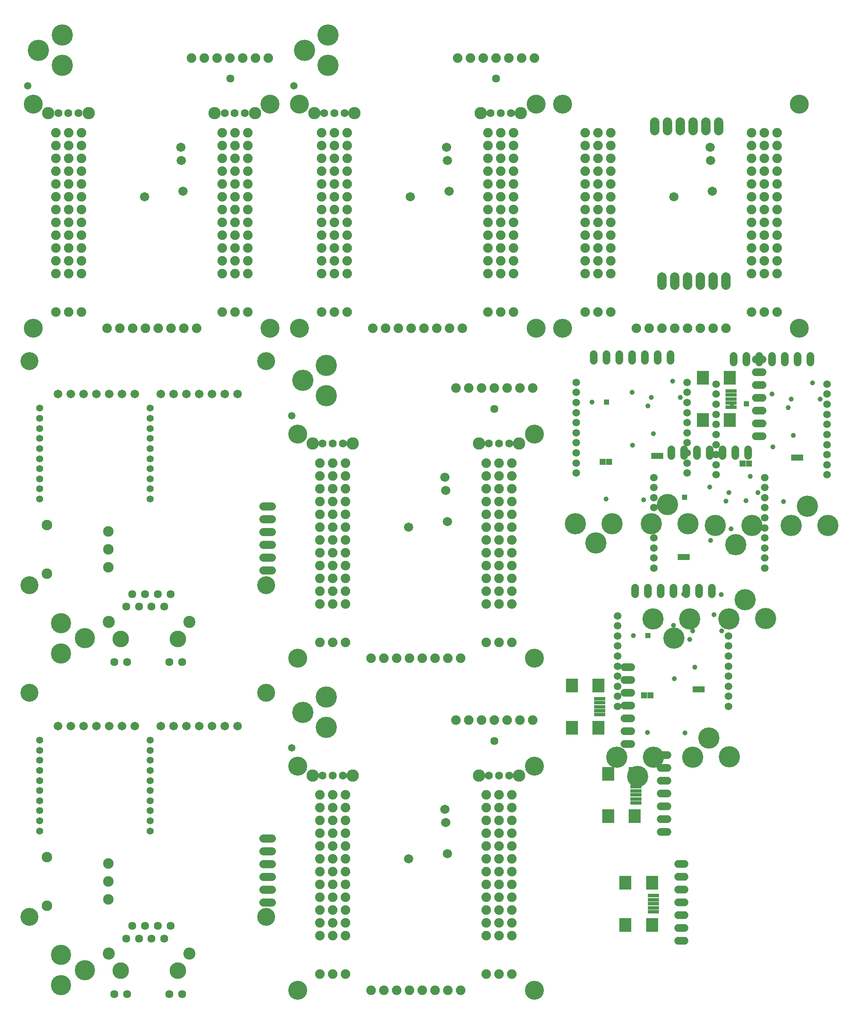
<source format=gbs>
G75*
G70*
%OFA0B0*%
%FSLAX24Y24*%
%IPPOS*%
%LPD*%
G04 *
G04 macro definitions for tiled file 'solderStiched.GBS':*
G04 *
%AMOC8*
5,1,8,0,0,1.08239X$1,22.5*
%
G04 *
G04 aperture list for tiled file 'solderStiched.GBS':*
G04 *
%ADD33C,0.0555*%
%ADD15C,0.0965*%
%ADD26C,0.0634*%
%ADD20C,0.0600*%
%ADD28C,0.1580*%
%ADD25C,0.1299*%
%ADD14C,0.1660*%
%ADD13C,0.0630*%
%ADD16C,0.0580*%
%ADD31C,0.0825*%
%ADD27C,0.0945*%
%ADD29C,0.0673*%
%ADD24R,0.0390X0.0390*%
%ADD18R,0.0946X0.1064*%
%ADD21C,0.0595*%
%ADD11C,0.1480*%
%ADD30C,0.0640*%
%ADD19R,0.0867X0.0277*%
%ADD22C,0.0390*%
%ADD23R,0.0476X0.0476*%
%ADD32C,0.1400*%
%ADD12C,0.0720*%
%ADD10C,0.0753*%
%ADD17C,0.0635*%
G04 *
G04 next data from source file './prgm/bottom_soldermask.GBS', *
G04 source file key is 'infile_0003'. *
G04 *
D10*
X044900Y056245D03*
X045900Y056245D03*
X046900Y056245D03*
X048900Y054995D03*
X049900Y054995D03*
X050900Y054995D03*
X051900Y054995D03*
X052900Y054995D03*
X053900Y054995D03*
X054900Y054995D03*
X055900Y054995D03*
X057900Y056245D03*
X058900Y056245D03*
X059900Y056245D03*
X059900Y059245D03*
X059900Y060245D03*
X059900Y061245D03*
X059900Y062245D03*
X059900Y063245D03*
X059900Y064245D03*
X059900Y065245D03*
X059900Y066245D03*
X059900Y067245D03*
X059900Y068245D03*
X059900Y069245D03*
X059900Y070245D03*
X058900Y070245D03*
X057900Y070245D03*
X057900Y069245D03*
X057900Y068245D03*
X057900Y067245D03*
X057900Y066245D03*
X057900Y065245D03*
X057900Y064245D03*
X057900Y063245D03*
X057900Y062245D03*
X057900Y061245D03*
X057900Y060245D03*
X057900Y059245D03*
X058900Y059245D03*
X058900Y060245D03*
X058900Y061245D03*
X058900Y062245D03*
X058900Y063245D03*
X058900Y064245D03*
X058900Y065245D03*
X058900Y066245D03*
X058900Y067245D03*
X058900Y068245D03*
X058900Y069245D03*
X046900Y069245D03*
X045900Y069245D03*
X045900Y070245D03*
X046900Y070245D03*
X046900Y068245D03*
X045900Y068245D03*
X045900Y067245D03*
X045900Y066245D03*
X045900Y065245D03*
X045900Y064245D03*
X045900Y063245D03*
X045900Y062245D03*
X045900Y061245D03*
X045900Y060245D03*
X045900Y059245D03*
X046900Y059245D03*
X046900Y060245D03*
X046900Y061245D03*
X046900Y062245D03*
X046900Y063245D03*
X046900Y064245D03*
X046900Y065245D03*
X046900Y066245D03*
X046900Y067245D03*
X044900Y067245D03*
X044900Y068245D03*
X044900Y069245D03*
X044900Y070245D03*
X044900Y066245D03*
X044900Y065245D03*
X044900Y064245D03*
X044900Y063245D03*
X044900Y062245D03*
X044900Y061245D03*
X044900Y060245D03*
X044900Y059245D03*
D11*
X043150Y054995D03*
X043150Y072495D03*
X061650Y072495D03*
X061650Y054995D03*
D12*
X054850Y065665D03*
X054710Y068085D03*
X054670Y069125D03*
X051830Y065245D03*
D12*
X051350Y070425D02*
X051350Y071065D01*
X052350Y071065D02*
X052350Y070425D01*
X053350Y070425D02*
X053350Y071065D01*
X054350Y071065D02*
X054350Y070425D01*
X055350Y070425D02*
X055350Y071065D01*
X050350Y071065D02*
X050350Y070425D01*
X050910Y058985D02*
X050910Y058345D01*
X051910Y058345D02*
X051910Y058985D01*
X052910Y058985D02*
X052910Y058345D01*
X053910Y058345D02*
X053910Y058985D01*
X054910Y058985D02*
X054910Y058345D01*
X055910Y058345D02*
X055910Y058985D01*
G04 *
G04 next data from source file './dyio2/bottom_soldermask.GBS', *
G04 source file key is 'infile_0010'. *
G04 *
D14*
X004037Y075509D03*
X002187Y076690D03*
X004037Y077871D03*
D10*
X004534Y070245D03*
X004534Y069245D03*
X004534Y068245D03*
X004534Y067245D03*
X004534Y066245D03*
X004534Y065245D03*
X004534Y064245D03*
X004534Y063245D03*
X004534Y062245D03*
X004534Y061245D03*
X004534Y060245D03*
X004534Y059245D03*
X005534Y059245D03*
X005534Y060245D03*
X005534Y061245D03*
X005534Y062245D03*
X005534Y063245D03*
X005534Y064245D03*
X005534Y065245D03*
X005534Y066245D03*
X005534Y067245D03*
X005534Y068245D03*
X005534Y069245D03*
X005534Y070245D03*
X003534Y070245D03*
X003534Y069245D03*
X003534Y068245D03*
X003534Y067245D03*
X003534Y066245D03*
X003534Y065245D03*
X003534Y064245D03*
X003534Y063245D03*
X003534Y062245D03*
X003534Y061245D03*
X003534Y060245D03*
X003534Y059245D03*
X003534Y056245D03*
X004534Y056245D03*
X005534Y056245D03*
X007534Y054995D03*
X008534Y054995D03*
X009534Y054995D03*
X010534Y054995D03*
X011534Y054995D03*
X012534Y054995D03*
X013534Y054995D03*
X014534Y054995D03*
X016534Y056245D03*
X017534Y056245D03*
X018534Y056245D03*
X018534Y059245D03*
X018534Y060245D03*
X018534Y061245D03*
X018534Y062245D03*
X018534Y063245D03*
X018534Y064245D03*
X018534Y065245D03*
X018534Y066245D03*
X018534Y067245D03*
X018534Y068245D03*
X018534Y069245D03*
X018534Y070245D03*
X017534Y070245D03*
X017534Y069245D03*
X017534Y068245D03*
X017534Y067245D03*
X017534Y066245D03*
X017534Y065245D03*
X017534Y064245D03*
X017534Y063245D03*
X017534Y062245D03*
X017534Y061245D03*
X017534Y060245D03*
X017534Y059245D03*
X016534Y059245D03*
X016534Y060245D03*
X016534Y061245D03*
X016534Y062245D03*
X016534Y063245D03*
X016534Y064245D03*
X016534Y065245D03*
X016534Y066245D03*
X016534Y067245D03*
X016534Y068245D03*
X016534Y069245D03*
X016534Y070245D03*
X016154Y076095D03*
X015154Y076095D03*
X014154Y076095D03*
X017154Y076095D03*
X018154Y076095D03*
X019154Y076095D03*
X020154Y076095D03*
D11*
X001784Y054995D03*
X001784Y072495D03*
X020284Y072495D03*
X020284Y054995D03*
D13*
X018311Y071764D03*
X017524Y071764D03*
X016737Y071764D03*
X005311Y071764D03*
X004524Y071764D03*
X003737Y071764D03*
D15*
X002949Y071764D03*
X006099Y071764D03*
X015949Y071764D03*
X019099Y071764D03*
D16*
X001338Y073923D03*
D12*
X010464Y065245D03*
X013344Y068085D03*
X013304Y069125D03*
X013484Y065665D03*
D17*
X017164Y074465D03*
G04 *
G04 next data from source file './usb/bottom_soldermask.GBS', *
G04 source file key is 'infile_0008'. *
G04 *
D18*
X048050Y008382D03*
X050137Y008382D03*
X050137Y011689D03*
X048050Y011689D03*
D19*
X050235Y010666D03*
X050235Y010351D03*
X050235Y010036D03*
X050235Y009721D03*
X050235Y009406D03*
D20*
X052172Y009131D02*
X052692Y009131D01*
X052692Y010131D02*
X052172Y010131D01*
X052172Y011131D02*
X052692Y011131D01*
X052692Y012131D02*
X052172Y012131D01*
X052172Y013131D02*
X052692Y013131D01*
X052692Y008131D02*
X052172Y008131D01*
X052172Y007131D02*
X052692Y007131D01*
G04 *
G04 next data from source file './dyio/bottom_soldermask.GBS', *
G04 source file key is 'infile_0007'. *
G04 *
D14*
X024827Y075509D03*
X022977Y076690D03*
X024827Y077871D03*
D10*
X025324Y070245D03*
X025324Y069245D03*
X025324Y068245D03*
X025324Y067245D03*
X025324Y066245D03*
X025324Y065245D03*
X025324Y064245D03*
X025324Y063245D03*
X025324Y062245D03*
X025324Y061245D03*
X025324Y060245D03*
X025324Y059245D03*
X026324Y059245D03*
X026324Y060245D03*
X026324Y061245D03*
X026324Y062245D03*
X026324Y063245D03*
X026324Y064245D03*
X026324Y065245D03*
X026324Y066245D03*
X026324Y067245D03*
X026324Y068245D03*
X026324Y069245D03*
X026324Y070245D03*
X024324Y070245D03*
X024324Y069245D03*
X024324Y068245D03*
X024324Y067245D03*
X024324Y066245D03*
X024324Y065245D03*
X024324Y064245D03*
X024324Y063245D03*
X024324Y062245D03*
X024324Y061245D03*
X024324Y060245D03*
X024324Y059245D03*
X024324Y056245D03*
X025324Y056245D03*
X026324Y056245D03*
X028324Y054995D03*
X029324Y054995D03*
X030324Y054995D03*
X031324Y054995D03*
X032324Y054995D03*
X033324Y054995D03*
X034324Y054995D03*
X035324Y054995D03*
X037324Y056245D03*
X038324Y056245D03*
X039324Y056245D03*
X039324Y059245D03*
X039324Y060245D03*
X039324Y061245D03*
X039324Y062245D03*
X039324Y063245D03*
X039324Y064245D03*
X039324Y065245D03*
X039324Y066245D03*
X039324Y067245D03*
X039324Y068245D03*
X039324Y069245D03*
X039324Y070245D03*
X038324Y070245D03*
X038324Y069245D03*
X038324Y068245D03*
X038324Y067245D03*
X038324Y066245D03*
X038324Y065245D03*
X038324Y064245D03*
X038324Y063245D03*
X038324Y062245D03*
X038324Y061245D03*
X038324Y060245D03*
X038324Y059245D03*
X037324Y059245D03*
X037324Y060245D03*
X037324Y061245D03*
X037324Y062245D03*
X037324Y063245D03*
X037324Y064245D03*
X037324Y065245D03*
X037324Y066245D03*
X037324Y067245D03*
X037324Y068245D03*
X037324Y069245D03*
X037324Y070245D03*
X036944Y076095D03*
X035944Y076095D03*
X034944Y076095D03*
X037944Y076095D03*
X038944Y076095D03*
X039944Y076095D03*
X040944Y076095D03*
D11*
X022574Y054995D03*
X022574Y072495D03*
X041074Y072495D03*
X041074Y054995D03*
D13*
X039101Y071764D03*
X038314Y071764D03*
X037527Y071764D03*
X026101Y071764D03*
X025314Y071764D03*
X024527Y071764D03*
D15*
X023739Y071764D03*
X026889Y071764D03*
X036739Y071764D03*
X039889Y071764D03*
D16*
X022128Y073923D03*
D12*
X031254Y065245D03*
X034134Y068085D03*
X034094Y069125D03*
X034274Y065665D03*
D17*
X037954Y074465D03*
G04 *
G04 next data from source file './adapt/bottom_soldermask.GBS', *
G04 source file key is 'infile_0004'. *
G04 *
D21*
X047455Y025442D03*
X047455Y026230D03*
X047455Y027017D03*
X047455Y027805D03*
X047455Y028592D03*
X047455Y029379D03*
X047455Y030167D03*
X047455Y030954D03*
X047455Y031742D03*
X047455Y032529D03*
X056116Y032529D03*
X056116Y031742D03*
X056116Y030954D03*
X056116Y030167D03*
X056116Y029379D03*
X056116Y028592D03*
X056116Y027805D03*
X056116Y027017D03*
X056116Y026230D03*
X056116Y025442D03*
D14*
X047387Y021476D03*
X048998Y019985D03*
X050249Y021486D03*
X053322Y021486D03*
X054573Y022987D03*
X056184Y021496D03*
D20*
X054806Y034206D02*
X054806Y034726D01*
X053806Y034726D02*
X053806Y034206D01*
X052806Y034206D02*
X052806Y034726D01*
X051806Y034726D02*
X051806Y034206D01*
X050806Y034206D02*
X050806Y034726D01*
X049806Y034726D02*
X049806Y034206D01*
X048806Y034206D02*
X048806Y034726D01*
D22*
X048686Y030986D03*
X051806Y031766D03*
X053066Y030686D03*
X053306Y031346D03*
X054986Y032606D03*
X055586Y031346D03*
X053486Y028526D03*
X051866Y027626D03*
X049786Y023426D03*
X052706Y023366D03*
D23*
X053546Y026786D03*
X054026Y026786D03*
X050006Y026306D03*
X049526Y026306D03*
D24*
X049826Y030986D03*
G04 *
G04 next data from source file './dycom1/bottom_soldermask.GBS', *
G04 source file key is 'infile_0012'. *
G04 *
D25*
X008604Y030724D03*
X013078Y030724D03*
D26*
X013408Y028904D03*
X012408Y028904D03*
X009125Y028904D03*
X008125Y028904D03*
X009047Y033240D03*
X010035Y033240D03*
X010519Y034224D03*
X011519Y034224D03*
X012003Y033240D03*
X012519Y034224D03*
X011015Y033240D03*
X009519Y034224D03*
D27*
X007686Y032055D03*
X013986Y032055D03*
D28*
X003950Y029588D03*
X003950Y031950D03*
X005801Y030769D03*
D29*
X005696Y049847D03*
X004696Y049847D03*
X003696Y049847D03*
X006696Y049847D03*
X007696Y049847D03*
X008696Y049847D03*
X009696Y049847D03*
X011756Y049847D03*
X012756Y049847D03*
X013756Y049847D03*
X014756Y049847D03*
X015756Y049847D03*
X016756Y049847D03*
X017756Y049847D03*
D30*
X019756Y041077D02*
X020396Y041077D01*
X020396Y040077D02*
X019756Y040077D01*
X019756Y039077D02*
X020396Y039077D01*
X020396Y038077D02*
X019756Y038077D01*
X019756Y037077D02*
X020396Y037077D01*
X020396Y036077D02*
X019756Y036077D01*
D31*
X007656Y036297D03*
X007656Y037697D03*
X007656Y039097D03*
X002856Y039597D03*
X002856Y035797D03*
D32*
X001476Y034927D03*
X001476Y052427D03*
X019976Y052427D03*
X019976Y034927D03*
D33*
X010927Y041643D03*
X010927Y042431D03*
X010927Y043218D03*
X010927Y044005D03*
X010927Y044793D03*
X010927Y045580D03*
X010927Y046368D03*
X010927Y047155D03*
X010927Y047942D03*
X010927Y048730D03*
X002266Y048730D03*
X002266Y047942D03*
X002266Y047155D03*
X002266Y046368D03*
X002266Y045580D03*
X002266Y044793D03*
X002266Y044005D03*
X002266Y043218D03*
X002266Y042431D03*
X002266Y041643D03*
G04 *
G04 next data from source file './adapt1/bottom_soldermask.GBS', *
G04 source file key is 'infile_0002'. *
G04 *
D21*
X050290Y036242D03*
X050290Y037030D03*
X050290Y037817D03*
X050290Y038605D03*
X050290Y039392D03*
X050290Y040179D03*
X050290Y040967D03*
X050290Y041754D03*
X050290Y042542D03*
X050290Y043329D03*
X058951Y043329D03*
X058951Y042542D03*
X058951Y041754D03*
X058951Y040967D03*
X058951Y040179D03*
X058951Y039392D03*
X058951Y038605D03*
X058951Y037817D03*
X058951Y037030D03*
X058951Y036242D03*
D14*
X050222Y032276D03*
X051833Y030785D03*
X053084Y032286D03*
X056157Y032286D03*
X057408Y033787D03*
X059019Y032296D03*
D20*
X057641Y045006D02*
X057641Y045526D01*
X056641Y045526D02*
X056641Y045006D01*
X055641Y045006D02*
X055641Y045526D01*
X054641Y045526D02*
X054641Y045006D01*
X053641Y045006D02*
X053641Y045526D01*
X052641Y045526D02*
X052641Y045006D01*
X051641Y045006D02*
X051641Y045526D01*
D22*
X051521Y041786D03*
X054641Y042566D03*
X055901Y041486D03*
X056141Y042146D03*
X057821Y043406D03*
X058421Y042146D03*
X056321Y039326D03*
X054701Y038426D03*
X052621Y034226D03*
X055541Y034166D03*
D23*
X056381Y037586D03*
X056861Y037586D03*
X052841Y037106D03*
X052361Y037106D03*
D24*
X052661Y041786D03*
G04 *
G04 next data from source file './adapt2/bottom_soldermask.GBS', *
G04 source file key is 'infile_0013'. *
G04 *
D21*
X055150Y043532D03*
X055150Y044320D03*
X055150Y045107D03*
X055150Y045895D03*
X055150Y046682D03*
X055150Y047469D03*
X055150Y048257D03*
X055150Y049044D03*
X055150Y049832D03*
X055150Y050619D03*
X063811Y050619D03*
X063811Y049832D03*
X063811Y049044D03*
X063811Y048257D03*
X063811Y047469D03*
X063811Y046682D03*
X063811Y045895D03*
X063811Y045107D03*
X063811Y044320D03*
X063811Y043532D03*
D14*
X055082Y039566D03*
X056693Y038075D03*
X057944Y039576D03*
X061017Y039576D03*
X062268Y041077D03*
X063879Y039586D03*
D20*
X062501Y052296D02*
X062501Y052816D01*
X061501Y052816D02*
X061501Y052296D01*
X060501Y052296D02*
X060501Y052816D01*
X059501Y052816D02*
X059501Y052296D01*
X058501Y052296D02*
X058501Y052816D01*
X057501Y052816D02*
X057501Y052296D01*
X056501Y052296D02*
X056501Y052816D01*
D22*
X056381Y049076D03*
X059501Y049856D03*
X060761Y048776D03*
X061001Y049436D03*
X062681Y050696D03*
X063281Y049436D03*
X061181Y046616D03*
X059561Y045716D03*
X057481Y041516D03*
X060401Y041456D03*
D23*
X061241Y044876D03*
X061721Y044876D03*
X057701Y044396D03*
X057221Y044396D03*
D24*
X057521Y049076D03*
G04 *
G04 next data from source file './usb2/bottom_soldermask.GBS', *
G04 source file key is 'infile_0005'. *
G04 *
D18*
X043865Y023772D03*
X045952Y023772D03*
X045952Y027079D03*
X043865Y027079D03*
D19*
X046050Y026056D03*
X046050Y025741D03*
X046050Y025426D03*
X046050Y025111D03*
X046050Y024796D03*
D20*
X047987Y024521D02*
X048507Y024521D01*
X048507Y025521D02*
X047987Y025521D01*
X047987Y026521D02*
X048507Y026521D01*
X048507Y027521D02*
X047987Y027521D01*
X047987Y028521D02*
X048507Y028521D01*
X048507Y023521D02*
X047987Y023521D01*
X047987Y022521D02*
X048507Y022521D01*
G04 *
G04 next data from source file './dyio3/bottom_soldermask.GBS', *
G04 source file key is 'infile_0011'. *
G04 *
D14*
X024692Y049724D03*
X022842Y050905D03*
X024692Y052086D03*
D10*
X025189Y044460D03*
X025189Y043460D03*
X025189Y042460D03*
X025189Y041460D03*
X025189Y040460D03*
X025189Y039460D03*
X025189Y038460D03*
X025189Y037460D03*
X025189Y036460D03*
X025189Y035460D03*
X025189Y034460D03*
X025189Y033460D03*
X026189Y033460D03*
X026189Y034460D03*
X026189Y035460D03*
X026189Y036460D03*
X026189Y037460D03*
X026189Y038460D03*
X026189Y039460D03*
X026189Y040460D03*
X026189Y041460D03*
X026189Y042460D03*
X026189Y043460D03*
X026189Y044460D03*
X024189Y044460D03*
X024189Y043460D03*
X024189Y042460D03*
X024189Y041460D03*
X024189Y040460D03*
X024189Y039460D03*
X024189Y038460D03*
X024189Y037460D03*
X024189Y036460D03*
X024189Y035460D03*
X024189Y034460D03*
X024189Y033460D03*
X024189Y030460D03*
X025189Y030460D03*
X026189Y030460D03*
X028189Y029210D03*
X029189Y029210D03*
X030189Y029210D03*
X031189Y029210D03*
X032189Y029210D03*
X033189Y029210D03*
X034189Y029210D03*
X035189Y029210D03*
X037189Y030460D03*
X038189Y030460D03*
X039189Y030460D03*
X039189Y033460D03*
X039189Y034460D03*
X039189Y035460D03*
X039189Y036460D03*
X039189Y037460D03*
X039189Y038460D03*
X039189Y039460D03*
X039189Y040460D03*
X039189Y041460D03*
X039189Y042460D03*
X039189Y043460D03*
X039189Y044460D03*
X038189Y044460D03*
X038189Y043460D03*
X038189Y042460D03*
X038189Y041460D03*
X038189Y040460D03*
X038189Y039460D03*
X038189Y038460D03*
X038189Y037460D03*
X038189Y036460D03*
X038189Y035460D03*
X038189Y034460D03*
X038189Y033460D03*
X037189Y033460D03*
X037189Y034460D03*
X037189Y035460D03*
X037189Y036460D03*
X037189Y037460D03*
X037189Y038460D03*
X037189Y039460D03*
X037189Y040460D03*
X037189Y041460D03*
X037189Y042460D03*
X037189Y043460D03*
X037189Y044460D03*
X036809Y050310D03*
X035809Y050310D03*
X034809Y050310D03*
X037809Y050310D03*
X038809Y050310D03*
X039809Y050310D03*
X040809Y050310D03*
D11*
X022439Y029210D03*
X022439Y046710D03*
X040939Y046710D03*
X040939Y029210D03*
D13*
X038966Y045979D03*
X038179Y045979D03*
X037392Y045979D03*
X025966Y045979D03*
X025179Y045979D03*
X024392Y045979D03*
D15*
X023604Y045979D03*
X026754Y045979D03*
X036604Y045979D03*
X039754Y045979D03*
D16*
X021993Y048138D03*
D12*
X031119Y039460D03*
X033999Y042300D03*
X033959Y043340D03*
X034139Y039880D03*
D17*
X037819Y048680D03*
G04 *
G04 next data from source file './usb3/bottom_soldermask.GBS', *
G04 source file key is 'infile_0009'. *
G04 *
D18*
X046700Y016887D03*
X048787Y016887D03*
X048787Y020194D03*
X046700Y020194D03*
D19*
X048885Y019171D03*
X048885Y018856D03*
X048885Y018541D03*
X048885Y018226D03*
X048885Y017911D03*
D20*
X050822Y017636D02*
X051342Y017636D01*
X051342Y018636D02*
X050822Y018636D01*
X050822Y019636D02*
X051342Y019636D01*
X051342Y020636D02*
X050822Y020636D01*
X050822Y021636D02*
X051342Y021636D01*
X051342Y016636D02*
X050822Y016636D01*
X050822Y015636D02*
X051342Y015636D01*
G04 *
G04 next data from source file './dycom/bottom_soldermask.GBS', *
G04 source file key is 'infile_0015'. *
G04 *
D25*
X008604Y004804D03*
X013078Y004804D03*
D26*
X013408Y002984D03*
X012408Y002984D03*
X009125Y002984D03*
X008125Y002984D03*
X009047Y007320D03*
X010035Y007320D03*
X010519Y008304D03*
X011519Y008304D03*
X012003Y007320D03*
X012519Y008304D03*
X011015Y007320D03*
X009519Y008304D03*
D27*
X007686Y006135D03*
X013986Y006135D03*
D28*
X003950Y003668D03*
X003950Y006030D03*
X005801Y004849D03*
D29*
X005696Y023927D03*
X004696Y023927D03*
X003696Y023927D03*
X006696Y023927D03*
X007696Y023927D03*
X008696Y023927D03*
X009696Y023927D03*
X011756Y023927D03*
X012756Y023927D03*
X013756Y023927D03*
X014756Y023927D03*
X015756Y023927D03*
X016756Y023927D03*
X017756Y023927D03*
D30*
X019756Y015157D02*
X020396Y015157D01*
X020396Y014157D02*
X019756Y014157D01*
X019756Y013157D02*
X020396Y013157D01*
X020396Y012157D02*
X019756Y012157D01*
X019756Y011157D02*
X020396Y011157D01*
X020396Y010157D02*
X019756Y010157D01*
D31*
X007656Y010377D03*
X007656Y011777D03*
X007656Y013177D03*
X002856Y013677D03*
X002856Y009877D03*
D32*
X001476Y009007D03*
X001476Y026507D03*
X019976Y026507D03*
X019976Y009007D03*
D33*
X010927Y015723D03*
X010927Y016511D03*
X010927Y017298D03*
X010927Y018085D03*
X010927Y018873D03*
X010927Y019660D03*
X010927Y020448D03*
X010927Y021235D03*
X010927Y022022D03*
X010927Y022810D03*
X002266Y022810D03*
X002266Y022022D03*
X002266Y021235D03*
X002266Y020448D03*
X002266Y019660D03*
X002266Y018873D03*
X002266Y018085D03*
X002266Y017298D03*
X002266Y016511D03*
X002266Y015723D03*
G04 *
G04 next data from source file './adapt3/bottom_soldermask.GBS', *
G04 source file key is 'infile_0006'. *
G04 *
D21*
X044215Y043667D03*
X044215Y044455D03*
X044215Y045242D03*
X044215Y046030D03*
X044215Y046817D03*
X044215Y047604D03*
X044215Y048392D03*
X044215Y049179D03*
X044215Y049967D03*
X044215Y050754D03*
X052876Y050754D03*
X052876Y049967D03*
X052876Y049179D03*
X052876Y048392D03*
X052876Y047604D03*
X052876Y046817D03*
X052876Y046030D03*
X052876Y045242D03*
X052876Y044455D03*
X052876Y043667D03*
D14*
X044147Y039701D03*
X045758Y038210D03*
X047009Y039711D03*
X050082Y039711D03*
X051333Y041212D03*
X052944Y039721D03*
D20*
X051566Y052431D02*
X051566Y052951D01*
X050566Y052951D02*
X050566Y052431D01*
X049566Y052431D02*
X049566Y052951D01*
X048566Y052951D02*
X048566Y052431D01*
X047566Y052431D02*
X047566Y052951D01*
X046566Y052951D02*
X046566Y052431D01*
X045566Y052431D02*
X045566Y052951D01*
D22*
X045446Y049211D03*
X048566Y049991D03*
X049826Y048911D03*
X050066Y049571D03*
X051746Y050831D03*
X052346Y049571D03*
X050246Y046751D03*
X048626Y045851D03*
X046546Y041651D03*
X049466Y041591D03*
D23*
X050306Y045011D03*
X050786Y045011D03*
X046766Y044531D03*
X046286Y044531D03*
D24*
X046586Y049211D03*
G04 *
G04 next data from source file './dyio1/bottom_soldermask.GBS', *
G04 source file key is 'infile_0014'. *
G04 *
D14*
X024692Y023804D03*
X022842Y024985D03*
X024692Y026166D03*
D10*
X025189Y018540D03*
X025189Y017540D03*
X025189Y016540D03*
X025189Y015540D03*
X025189Y014540D03*
X025189Y013540D03*
X025189Y012540D03*
X025189Y011540D03*
X025189Y010540D03*
X025189Y009540D03*
X025189Y008540D03*
X025189Y007540D03*
X026189Y007540D03*
X026189Y008540D03*
X026189Y009540D03*
X026189Y010540D03*
X026189Y011540D03*
X026189Y012540D03*
X026189Y013540D03*
X026189Y014540D03*
X026189Y015540D03*
X026189Y016540D03*
X026189Y017540D03*
X026189Y018540D03*
X024189Y018540D03*
X024189Y017540D03*
X024189Y016540D03*
X024189Y015540D03*
X024189Y014540D03*
X024189Y013540D03*
X024189Y012540D03*
X024189Y011540D03*
X024189Y010540D03*
X024189Y009540D03*
X024189Y008540D03*
X024189Y007540D03*
X024189Y004540D03*
X025189Y004540D03*
X026189Y004540D03*
X028189Y003290D03*
X029189Y003290D03*
X030189Y003290D03*
X031189Y003290D03*
X032189Y003290D03*
X033189Y003290D03*
X034189Y003290D03*
X035189Y003290D03*
X037189Y004540D03*
X038189Y004540D03*
X039189Y004540D03*
X039189Y007540D03*
X039189Y008540D03*
X039189Y009540D03*
X039189Y010540D03*
X039189Y011540D03*
X039189Y012540D03*
X039189Y013540D03*
X039189Y014540D03*
X039189Y015540D03*
X039189Y016540D03*
X039189Y017540D03*
X039189Y018540D03*
X038189Y018540D03*
X038189Y017540D03*
X038189Y016540D03*
X038189Y015540D03*
X038189Y014540D03*
X038189Y013540D03*
X038189Y012540D03*
X038189Y011540D03*
X038189Y010540D03*
X038189Y009540D03*
X038189Y008540D03*
X038189Y007540D03*
X037189Y007540D03*
X037189Y008540D03*
X037189Y009540D03*
X037189Y010540D03*
X037189Y011540D03*
X037189Y012540D03*
X037189Y013540D03*
X037189Y014540D03*
X037189Y015540D03*
X037189Y016540D03*
X037189Y017540D03*
X037189Y018540D03*
X036809Y024390D03*
X035809Y024390D03*
X034809Y024390D03*
X037809Y024390D03*
X038809Y024390D03*
X039809Y024390D03*
X040809Y024390D03*
D11*
X022439Y003290D03*
X022439Y020790D03*
X040939Y020790D03*
X040939Y003290D03*
D13*
X038966Y020059D03*
X038179Y020059D03*
X037392Y020059D03*
X025966Y020059D03*
X025179Y020059D03*
X024392Y020059D03*
D15*
X023604Y020059D03*
X026754Y020059D03*
X036604Y020059D03*
X039754Y020059D03*
D16*
X021993Y022218D03*
D12*
X031119Y013540D03*
X033999Y016380D03*
X033959Y017420D03*
X034139Y013960D03*
D17*
X037819Y022760D03*
G04 *
G04 next data from source file './usb1/bottom_soldermask.GBS', *
G04 source file key is 'infile_0001'. *
G04 *
D18*
X054125Y047802D03*
X056212Y047802D03*
X056212Y051109D03*
X054125Y051109D03*
D19*
X056310Y050086D03*
X056310Y049771D03*
X056310Y049456D03*
X056310Y049141D03*
X056310Y048826D03*
D20*
X058247Y048551D02*
X058767Y048551D01*
X058767Y049551D02*
X058247Y049551D01*
X058247Y050551D02*
X058767Y050551D01*
X058767Y051551D02*
X058247Y051551D01*
X058247Y052551D02*
X058767Y052551D01*
X058767Y047551D02*
X058247Y047551D01*
X058247Y046551D02*
X058767Y046551D01*
M02*

</source>
